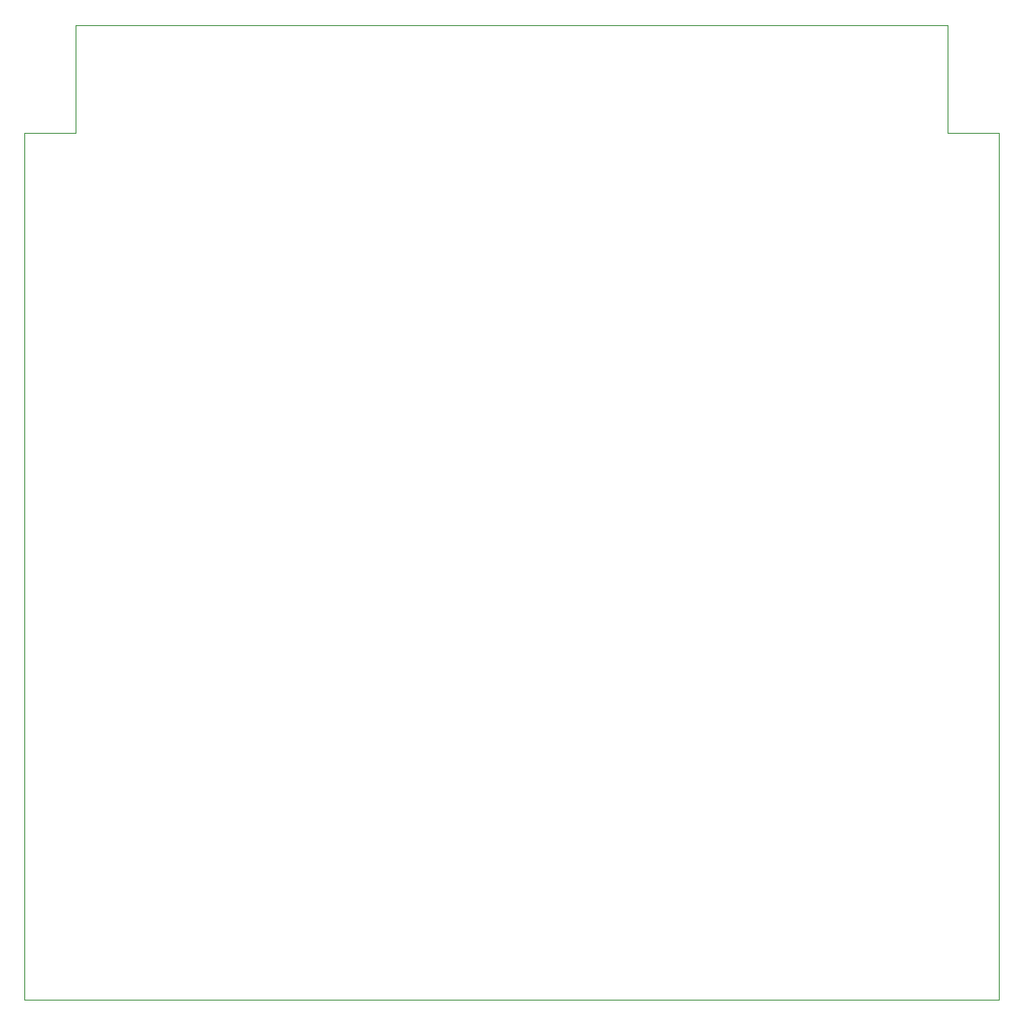
<source format=gbr>
%TF.GenerationSoftware,KiCad,Pcbnew,8.0.0*%
%TF.CreationDate,2025-01-17T03:21:48+02:00*%
%TF.ProjectId,diplomna_2024_solar_pcb_layout,6469706c-6f6d-46e6-915f-323032345f73,rev?*%
%TF.SameCoordinates,Original*%
%TF.FileFunction,Profile,NP*%
%FSLAX46Y46*%
G04 Gerber Fmt 4.6, Leading zero omitted, Abs format (unit mm)*
G04 Created by KiCad (PCBNEW 8.0.0) date 2025-01-17 03:21:48*
%MOMM*%
%LPD*%
G01*
G04 APERTURE LIST*
%TA.AperFunction,Profile*%
%ADD10C,0.050000*%
%TD*%
G04 APERTURE END LIST*
D10*
X275000000Y-151500000D02*
X180000000Y-151500000D01*
X185000000Y-67000000D02*
X185000000Y-56500000D01*
X180000000Y-151500000D02*
X180000000Y-67000000D01*
X180000000Y-67000000D02*
X185000000Y-67000000D01*
X185000000Y-56500000D02*
X270000000Y-56500000D01*
X270000000Y-56500000D02*
X270000000Y-67000000D01*
X275000000Y-67000000D02*
X275000000Y-151500000D01*
X270000000Y-67000000D02*
X275000000Y-67000000D01*
M02*

</source>
